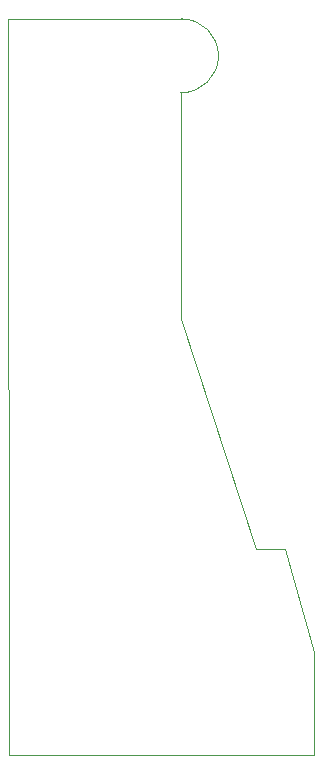
<source format=gbr>
%TF.GenerationSoftware,KiCad,Pcbnew,8.0.6*%
%TF.CreationDate,2025-02-12T13:49:43-05:00*%
%TF.ProjectId,PwrBypass,50777242-7970-4617-9373-2e6b69636164,rev?*%
%TF.SameCoordinates,Original*%
%TF.FileFunction,Profile,NP*%
%FSLAX46Y46*%
G04 Gerber Fmt 4.6, Leading zero omitted, Abs format (unit mm)*
G04 Created by KiCad (PCBNEW 8.0.6) date 2025-02-12 13:49:43*
%MOMM*%
%LPD*%
G01*
G04 APERTURE LIST*
%TA.AperFunction,Profile*%
%ADD10C,0.100000*%
%TD*%
G04 APERTURE END LIST*
D10*
X116174415Y-46599185D02*
X116175000Y-65725000D01*
X116250000Y-40349901D02*
G75*
G02*
X119374999Y-43500000I0J-3125099D01*
G01*
X122550000Y-85225000D02*
X125000000Y-85225000D01*
X101600000Y-102675000D02*
X101575000Y-40400000D01*
X101575000Y-40400000D02*
X116250000Y-40349901D01*
X127437500Y-93950000D02*
X127425000Y-102675000D01*
X116175000Y-65725000D02*
X122550000Y-85225000D01*
X125000000Y-85225000D02*
X127437500Y-93950000D01*
X119374999Y-43500000D02*
G75*
G02*
X116174415Y-46599185I-3124999J25000D01*
G01*
X127425000Y-102675000D02*
X101600000Y-102675000D01*
M02*

</source>
